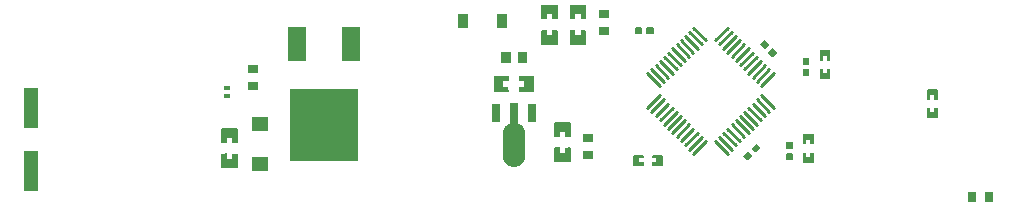
<source format=gtp>
G04 Layer: TopPasteMaskLayer*
G04 EasyEDA v6.4.32, 2022-03-04 17:10:02*
G04 9e068ee103114b4da440d1e05eba0729,9b295ca1ffa148ecaf4cbe0d9ff7b9be,10*
G04 Gerber Generator version 0.2*
G04 Scale: 100 percent, Rotated: No, Reflected: No *
G04 Dimensions in inches *
G04 leading zeros omitted , absolute positions ,3 integer and 6 decimal *
%FSLAX36Y36*%
%MOIN*%

%ADD14C,0.0110*%
%ADD19R,0.0374X0.0453*%
%ADD21R,0.0551X0.0472*%
%ADD22R,0.0265X0.0620*%
%ADD24R,0.0315X0.0354*%
%ADD25R,0.0354X0.0315*%
%ADD27R,0.0630X0.1181*%
%ADD28R,0.2283X0.2441*%
%ADD30R,0.0472X0.1378*%
%ADD31R,0.0236X0.0118*%

%LPD*%
G36*
X2179920Y2735240D02*
G01*
X2177940Y2733260D01*
X2177940Y2715539D01*
X2179920Y2713580D01*
X2198820Y2713580D01*
X2201560Y2715539D01*
X2201560Y2733260D01*
X2198820Y2735240D01*
G37*
G36*
X2218500Y2735240D02*
G01*
X2215740Y2733260D01*
X2215740Y2715539D01*
X2218500Y2713580D01*
X2237400Y2713580D01*
X2239360Y2715539D01*
X2239360Y2733260D01*
X2237400Y2735240D01*
G37*
G36*
X3153540Y2529320D02*
G01*
X3151560Y2527360D01*
X3151560Y2495860D01*
X3153540Y2493900D01*
X3162520Y2493900D01*
X3162520Y2508460D01*
X3175500Y2508460D01*
X3175500Y2493900D01*
X3185040Y2493900D01*
X3187000Y2495860D01*
X3187000Y2527360D01*
X3185040Y2529320D01*
G37*
G36*
X3153540Y2466340D02*
G01*
X3151560Y2464360D01*
X3151560Y2433260D01*
X3153540Y2431300D01*
X3185040Y2431300D01*
X3187000Y2433260D01*
X3187000Y2464360D01*
X3185040Y2466340D01*
X3175500Y2466340D01*
X3175500Y2451380D01*
X3162520Y2451380D01*
X3162520Y2466340D01*
G37*
G36*
X2236020Y2309060D02*
G01*
X2234060Y2307080D01*
X2234060Y2298100D01*
X2248620Y2298100D01*
X2248620Y2285120D01*
X2234060Y2285120D01*
X2234060Y2275580D01*
X2236020Y2273620D01*
X2267520Y2273620D01*
X2269480Y2275580D01*
X2269480Y2307080D01*
X2267520Y2309060D01*
G37*
G36*
X2173420Y2309060D02*
G01*
X2171460Y2307080D01*
X2171460Y2275580D01*
X2173420Y2273620D01*
X2204520Y2273620D01*
X2206500Y2275580D01*
X2206500Y2285120D01*
X2191540Y2285120D01*
X2191540Y2298100D01*
X2206500Y2298100D01*
X2206500Y2307080D01*
X2204520Y2309060D01*
G37*
G36*
X2740160Y2379720D02*
G01*
X2738180Y2377740D01*
X2738180Y2346260D01*
X2740160Y2344280D01*
X2749120Y2344280D01*
X2749120Y2358860D01*
X2762120Y2358860D01*
X2762120Y2344280D01*
X2771640Y2344280D01*
X2773620Y2346260D01*
X2773620Y2377740D01*
X2771640Y2379720D01*
G37*
G36*
X2740160Y2316720D02*
G01*
X2738180Y2314760D01*
X2738180Y2283660D01*
X2740160Y2281680D01*
X2771640Y2281680D01*
X2773620Y2283660D01*
X2773620Y2314760D01*
X2771640Y2316720D01*
X2762120Y2316720D01*
X2762120Y2301760D01*
X2749120Y2301760D01*
X2749120Y2316720D01*
G37*
G36*
X2795280Y2659240D02*
G01*
X2793300Y2657280D01*
X2793300Y2625779D01*
X2795280Y2623820D01*
X2804240Y2623820D01*
X2804240Y2638380D01*
X2817240Y2638380D01*
X2817240Y2623820D01*
X2826760Y2623820D01*
X2828740Y2625779D01*
X2828740Y2657280D01*
X2826760Y2659240D01*
G37*
G36*
X2795280Y2596259D02*
G01*
X2793300Y2594280D01*
X2793300Y2563180D01*
X2795280Y2561220D01*
X2826760Y2561220D01*
X2828740Y2563180D01*
X2828740Y2594280D01*
X2826760Y2596259D01*
X2817240Y2596259D01*
X2817240Y2581300D01*
X2804240Y2581300D01*
X2804240Y2596259D01*
G37*
G36*
X816940Y2314180D02*
G01*
X800780Y2313980D01*
X798820Y2312000D01*
X798820Y2266740D01*
X800780Y2264760D01*
X851180Y2264760D01*
X853139Y2266740D01*
X853139Y2312000D01*
X851180Y2313980D01*
X834640Y2313780D01*
X834640Y2296460D01*
X816940Y2296460D01*
G37*
G36*
X800780Y2398620D02*
G01*
X798820Y2396660D01*
X798820Y2351380D01*
X800780Y2349400D01*
X816940Y2349600D01*
X816940Y2366940D01*
X834640Y2366940D01*
X834640Y2349420D01*
X851180Y2349400D01*
X853139Y2351380D01*
X853139Y2396660D01*
X851180Y2398620D01*
G37*
G36*
X1793480Y2572940D02*
G01*
X1791519Y2570960D01*
X1791720Y2554440D01*
X1809040Y2554440D01*
X1809040Y2536720D01*
X1791320Y2536720D01*
X1791519Y2520580D01*
X1793480Y2518600D01*
X1838760Y2518600D01*
X1840720Y2520580D01*
X1840720Y2570960D01*
X1838760Y2572940D01*
G37*
G36*
X1708839Y2572940D02*
G01*
X1706860Y2570960D01*
X1706860Y2520580D01*
X1708839Y2518600D01*
X1754120Y2518600D01*
X1756080Y2520580D01*
X1755880Y2536720D01*
X1738560Y2536720D01*
X1738560Y2554440D01*
X1756080Y2554440D01*
X1756080Y2570960D01*
X1754120Y2572940D01*
G37*
G36*
X1910980Y2418900D02*
G01*
X1909019Y2416940D01*
X1909019Y2371660D01*
X1910980Y2369680D01*
X1927520Y2369880D01*
X1927520Y2387200D01*
X1945240Y2387200D01*
X1945240Y2369500D01*
X1961380Y2369680D01*
X1963340Y2371660D01*
X1963340Y2416940D01*
X1961380Y2418900D01*
G37*
G36*
X1910980Y2334260D02*
G01*
X1909019Y2332280D01*
X1909019Y2287020D01*
X1910980Y2285040D01*
X1961380Y2285040D01*
X1963340Y2287020D01*
X1963340Y2332280D01*
X1961380Y2334260D01*
X1945240Y2334060D01*
X1945240Y2316740D01*
X1927520Y2316740D01*
X1927520Y2334260D01*
G37*
G36*
X2579600Y2346880D02*
G01*
X2566220Y2333500D01*
X2565680Y2330160D01*
X2578200Y2317640D01*
X2581540Y2318200D01*
X2594900Y2331560D01*
X2594900Y2334340D01*
X2582380Y2346880D01*
G37*
G36*
X2555640Y2320140D02*
G01*
X2552300Y2319580D01*
X2538940Y2306220D01*
X2538940Y2303440D01*
X2551480Y2290920D01*
X2554260Y2290920D01*
X2567620Y2304280D01*
X2568180Y2307620D01*
G37*
G36*
X2684060Y2353540D02*
G01*
X2682080Y2351580D01*
X2682080Y2332680D01*
X2684060Y2329920D01*
X2701780Y2329920D01*
X2703740Y2332680D01*
X2703740Y2351580D01*
X2701780Y2353540D01*
G37*
G36*
X2684060Y2315740D02*
G01*
X2682080Y2313000D01*
X2682080Y2294100D01*
X2684060Y2292120D01*
X2701780Y2292120D01*
X2703740Y2294100D01*
X2703740Y2313000D01*
X2701780Y2315740D01*
G37*
G36*
X2739200Y2633080D02*
G01*
X2737240Y2631100D01*
X2737240Y2612200D01*
X2739200Y2609460D01*
X2756920Y2609460D01*
X2758900Y2612200D01*
X2758900Y2631100D01*
X2756920Y2633080D01*
G37*
G36*
X2739200Y2595280D02*
G01*
X2737240Y2592520D01*
X2737240Y2573620D01*
X2739200Y2571660D01*
X2756920Y2571660D01*
X2758900Y2573620D01*
X2758900Y2592520D01*
X2756920Y2595280D01*
G37*
G36*
X2606600Y2693320D02*
G01*
X2594060Y2680800D01*
X2594060Y2678020D01*
X2607420Y2664660D01*
X2610760Y2664100D01*
X2623300Y2676620D01*
X2622740Y2679960D01*
X2609380Y2693320D01*
G37*
G36*
X2633320Y2666600D02*
G01*
X2620779Y2654080D01*
X2621340Y2650740D01*
X2634700Y2637380D01*
X2637500Y2637380D01*
X2650020Y2649900D01*
X2650020Y2652679D01*
X2636660Y2666040D01*
G37*
G36*
X1883839Y2725880D02*
G01*
X1867700Y2725680D01*
X1865720Y2723720D01*
X1865720Y2678440D01*
X1867700Y2676480D01*
X1918100Y2676480D01*
X1920060Y2678440D01*
X1920060Y2723720D01*
X1918100Y2725680D01*
X1901560Y2725500D01*
X1901560Y2708180D01*
X1883839Y2708180D01*
G37*
G36*
X1867700Y2810340D02*
G01*
X1865720Y2808360D01*
X1865720Y2763100D01*
X1867700Y2761120D01*
X1883839Y2761320D01*
X1883839Y2778639D01*
X1901560Y2778639D01*
X1901560Y2761120D01*
X1918100Y2761120D01*
X1920060Y2763100D01*
X1920060Y2808360D01*
X1918100Y2810340D01*
G37*
G36*
X1978320Y2725880D02*
G01*
X1962180Y2725680D01*
X1960220Y2723720D01*
X1960220Y2678440D01*
X1962180Y2676480D01*
X2012580Y2676480D01*
X2014540Y2678440D01*
X2014540Y2723720D01*
X2012580Y2725680D01*
X1996040Y2725500D01*
X1996040Y2708180D01*
X1978320Y2708180D01*
G37*
G36*
X1962180Y2810340D02*
G01*
X1960220Y2808360D01*
X1960220Y2763100D01*
X1962180Y2761120D01*
X1978320Y2761320D01*
X1978320Y2778639D01*
X1996040Y2778639D01*
X1996040Y2761120D01*
X2012580Y2761120D01*
X2014540Y2763100D01*
X2014540Y2808360D01*
X2012580Y2810340D01*
G37*
D14*
X2260977Y2508577D02*
G01*
X2218662Y2466262D01*
X2274907Y2494657D02*
G01*
X2232592Y2452343D01*
X2288816Y2480736D02*
G01*
X2246503Y2438422D01*
X2302746Y2466817D02*
G01*
X2260433Y2424502D01*
X2316656Y2452907D02*
G01*
X2274342Y2410592D01*
X2330586Y2438977D02*
G01*
X2288272Y2396662D01*
X2344497Y2425066D02*
G01*
X2302183Y2382752D01*
X2358416Y2411136D02*
G01*
X2316103Y2368823D01*
X2372336Y2397226D02*
G01*
X2330023Y2354913D01*
X2386256Y2383307D02*
G01*
X2343942Y2340992D01*
X2400177Y2369387D02*
G01*
X2357862Y2327073D01*
X2414097Y2355466D02*
G01*
X2371782Y2313153D01*
X2444162Y2355466D02*
G01*
X2486477Y2313153D01*
X2458082Y2369387D02*
G01*
X2500397Y2327073D01*
X2472003Y2383307D02*
G01*
X2514317Y2340992D01*
X2485923Y2397226D02*
G01*
X2528236Y2354913D01*
X2499843Y2411136D02*
G01*
X2542156Y2368823D01*
X2513762Y2425066D02*
G01*
X2556076Y2382752D01*
X2527682Y2438977D02*
G01*
X2569997Y2396662D01*
X2541602Y2452907D02*
G01*
X2583917Y2410592D01*
X2555523Y2466817D02*
G01*
X2597836Y2424502D01*
X2569443Y2480736D02*
G01*
X2611756Y2438422D01*
X2583362Y2494657D02*
G01*
X2625676Y2452343D01*
X2597282Y2508577D02*
G01*
X2639597Y2466262D01*
X2639597Y2580956D02*
G01*
X2597282Y2538643D01*
X2625676Y2594886D02*
G01*
X2583362Y2552573D01*
X2611756Y2608796D02*
G01*
X2569443Y2566482D01*
X2597836Y2622716D02*
G01*
X2555523Y2580403D01*
X2583917Y2636637D02*
G01*
X2541602Y2594322D01*
X2569997Y2650556D02*
G01*
X2527682Y2608243D01*
X2556076Y2664477D02*
G01*
X2513762Y2622163D01*
X2542156Y2678397D02*
G01*
X2499843Y2636082D01*
X2528236Y2692316D02*
G01*
X2485923Y2650003D01*
X2514317Y2706237D02*
G01*
X2472003Y2663923D01*
X2500397Y2720156D02*
G01*
X2458082Y2677842D01*
X2486477Y2734077D02*
G01*
X2444162Y2691763D01*
X2371782Y2734077D02*
G01*
X2414097Y2691763D01*
X2357862Y2720156D02*
G01*
X2400177Y2677842D01*
X2343942Y2706237D02*
G01*
X2386256Y2663923D01*
X2330023Y2692316D02*
G01*
X2372336Y2650003D01*
X2316103Y2678397D02*
G01*
X2358416Y2636082D01*
X2302183Y2664477D02*
G01*
X2344497Y2622163D01*
X2288272Y2650556D02*
G01*
X2330586Y2608243D01*
X2274342Y2636637D02*
G01*
X2316656Y2594322D01*
X2260433Y2622716D02*
G01*
X2302746Y2580403D01*
X2246503Y2608796D02*
G01*
X2288816Y2566482D01*
X2232592Y2594886D02*
G01*
X2274907Y2552573D01*
X2218662Y2580956D02*
G01*
X2260977Y2538643D01*
D19*
G01*
X1602659Y2755909D03*
G01*
X1735919Y2755909D03*
D21*
G01*
X929129Y2413389D03*
G01*
X929129Y2279529D03*
G36*
X1737034Y2307058D02*
G01*
X1737034Y2380059D01*
X1737075Y2381812D01*
X1737199Y2383560D01*
X1737403Y2385302D01*
X1737690Y2387033D01*
X1738058Y2388747D01*
X1738504Y2390443D01*
X1739031Y2392116D01*
X1739634Y2393762D01*
X1740316Y2395378D01*
X1741071Y2396960D01*
X1741899Y2398505D01*
X1742800Y2400010D01*
X1743770Y2401471D01*
X1744808Y2402885D01*
X1745910Y2404249D01*
X1747075Y2405559D01*
X1748301Y2406813D01*
X1749584Y2408009D01*
X1750920Y2409144D01*
X1752309Y2410214D01*
X1753747Y2411217D01*
X1755231Y2412152D01*
X1756756Y2413017D01*
X1758320Y2413811D01*
X1761442Y2414529D01*
X1761442Y2481352D01*
X1787426Y2481352D01*
X1787426Y2414529D01*
X1790550Y2413811D01*
X1792115Y2413017D01*
X1793640Y2412152D01*
X1795123Y2411217D01*
X1796562Y2410214D01*
X1797951Y2409144D01*
X1799287Y2408009D01*
X1800571Y2406813D01*
X1801796Y2405559D01*
X1802961Y2404249D01*
X1804063Y2402885D01*
X1805101Y2401471D01*
X1806071Y2400010D01*
X1806971Y2398505D01*
X1807800Y2396960D01*
X1808555Y2395378D01*
X1809237Y2393762D01*
X1809840Y2392116D01*
X1810366Y2390443D01*
X1810814Y2388747D01*
X1811181Y2387033D01*
X1811468Y2385302D01*
X1811673Y2383560D01*
X1811796Y2381812D01*
X1811837Y2380059D01*
X1811837Y2307058D01*
X1811796Y2305306D01*
X1811673Y2303557D01*
X1811468Y2301815D01*
X1811181Y2300084D01*
X1810814Y2298370D01*
X1810366Y2296675D01*
X1809840Y2295002D01*
X1809237Y2293355D01*
X1808555Y2291740D01*
X1807800Y2290156D01*
X1806971Y2288611D01*
X1806071Y2287107D01*
X1805101Y2285646D01*
X1804063Y2284232D01*
X1802961Y2282869D01*
X1801796Y2281558D01*
X1800571Y2280304D01*
X1799287Y2279108D01*
X1797951Y2277973D01*
X1796562Y2276903D01*
X1795123Y2275900D01*
X1793640Y2274965D01*
X1792115Y2274099D01*
X1790550Y2273307D01*
X1788950Y2272588D01*
X1787319Y2271945D01*
X1785659Y2271381D01*
X1783975Y2270893D01*
X1782268Y2270486D01*
X1780546Y2270160D01*
X1778810Y2269914D01*
X1777064Y2269749D01*
X1775312Y2269668D01*
X1773558Y2269668D01*
X1771808Y2269749D01*
X1770061Y2269914D01*
X1768325Y2270160D01*
X1766602Y2270486D01*
X1764897Y2270893D01*
X1763212Y2271381D01*
X1761552Y2271945D01*
X1759921Y2272588D01*
X1758320Y2273307D01*
X1756756Y2274099D01*
X1755231Y2274965D01*
X1753747Y2275900D01*
X1752309Y2276903D01*
X1750920Y2277973D01*
X1749584Y2279108D01*
X1748301Y2280304D01*
X1747075Y2281558D01*
X1745910Y2282869D01*
X1744808Y2284232D01*
X1743770Y2285646D01*
X1742800Y2287107D01*
X1741899Y2288611D01*
X1741071Y2290156D01*
X1740316Y2291740D01*
X1739634Y2293355D01*
X1739031Y2295002D01*
X1738504Y2296675D01*
X1738058Y2298370D01*
X1737690Y2300084D01*
X1737403Y2301815D01*
X1737199Y2303557D01*
X1737075Y2305306D01*
G37*
D22*
G01*
X1715720Y2450349D03*
G01*
X1833829Y2450349D03*
G36*
X1786593Y2650888D02*
G01*
X1818090Y2650888D01*
X1818090Y2615453D01*
X1786593Y2615453D01*
G37*
G36*
X1731476Y2650888D02*
G01*
X1762971Y2650888D01*
X1762971Y2615453D01*
X1731476Y2615453D01*
G37*
D25*
G01*
X2022010Y2364760D03*
G01*
X2022010Y2309650D03*
D24*
G01*
X3302439Y2170000D03*
G01*
X3357560Y2170000D03*
D25*
G01*
X2073999Y2778840D03*
G01*
X2073999Y2723719D03*
D27*
G01*
X1231890Y2678110D03*
G01*
X1051570Y2678110D03*
D28*
G01*
X1141729Y2408499D03*
D25*
G01*
X905510Y2539369D03*
G01*
X905510Y2594490D03*
D30*
G01*
X165360Y2257089D03*
G01*
X165360Y2467319D03*
D31*
G01*
X818900Y2506900D03*
G01*
X818900Y2532489D03*
M02*

</source>
